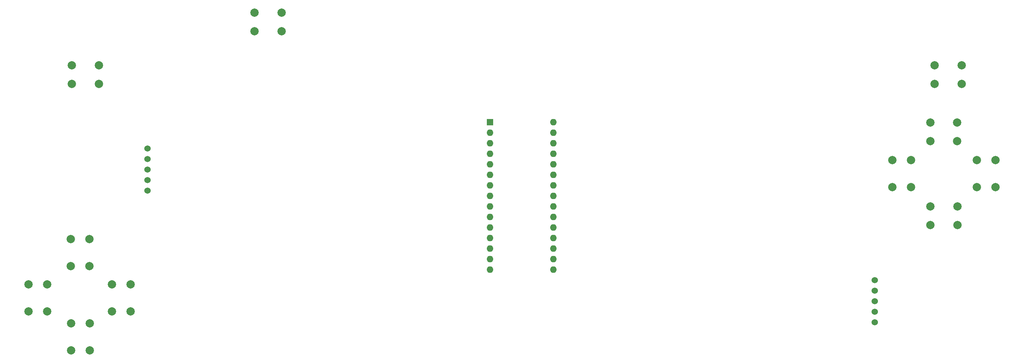
<source format=gbl>
%TF.GenerationSoftware,KiCad,Pcbnew,8.0.1*%
%TF.CreationDate,2024-04-02T22:55:17+01:00*%
%TF.ProjectId,Controller_PCB,436f6e74-726f-46c6-9c65-725f5043422e,v0.1*%
%TF.SameCoordinates,Original*%
%TF.FileFunction,Copper,L2,Bot*%
%TF.FilePolarity,Positive*%
%FSLAX46Y46*%
G04 Gerber Fmt 4.6, Leading zero omitted, Abs format (unit mm)*
G04 Created by KiCad (PCBNEW 8.0.1) date 2024-04-02 22:55:17*
%MOMM*%
%LPD*%
G01*
G04 APERTURE LIST*
%TA.AperFunction,ComponentPad*%
%ADD10C,1.524000*%
%TD*%
%TA.AperFunction,ComponentPad*%
%ADD11C,2.000000*%
%TD*%
%TA.AperFunction,ComponentPad*%
%ADD12R,1.600000X1.600000*%
%TD*%
%TA.AperFunction,ComponentPad*%
%ADD13O,1.600000X1.600000*%
%TD*%
G04 APERTURE END LIST*
D10*
%TO.P,Joystick_Left1,1,GND*%
%TO.N,GND*%
X62388750Y-116840000D03*
%TO.P,Joystick_Left1,2,+5V*%
%TO.N,+3.3V*%
X62388750Y-114300000D03*
%TO.P,Joystick_Left1,3,VRX*%
%TO.N,/Analog_X_L*%
X62388750Y-111760000D03*
%TO.P,Joystick_Left1,4,VRY*%
%TO.N,/Analog_Y_L*%
X62388750Y-109220000D03*
%TO.P,Joystick_Left1,5,SW*%
%TO.N,/SEL_JOY_L*%
X62388750Y-106680000D03*
%TD*%
%TO.P,Joystick_Right1,1,GND*%
%TO.N,GND*%
X237331250Y-138430000D03*
%TO.P,Joystick_Right1,2,+5V*%
%TO.N,+3.3V*%
X237331250Y-140970000D03*
%TO.P,Joystick_Right1,3,VRX*%
%TO.N,/Analog_X_R*%
X237331250Y-143510000D03*
%TO.P,Joystick_Right1,4,VRY*%
%TO.N,/Analog_Y_R*%
X237331250Y-146050000D03*
%TO.P,Joystick_Right1,5,SW*%
%TO.N,/SEL_JOY_R*%
X237331250Y-148590000D03*
%TD*%
D11*
%TO.P,RIGHT_TRIGGER1,1,1*%
%TO.N,GND*%
X251766000Y-86650000D03*
X258266000Y-86650000D03*
%TO.P,RIGHT_TRIGGER1,2,2*%
%TO.N,/RIGHT_TRIGGER*%
X251766000Y-91150000D03*
X258266000Y-91150000D03*
%TD*%
%TO.P,LEFT_TRIGGER1,1,1*%
%TO.N,/LEFT_TRIGGER*%
X44248000Y-86650000D03*
X50748000Y-86650000D03*
%TO.P,LEFT_TRIGGER1,2,2*%
%TO.N,GND*%
X44248000Y-91150000D03*
X50748000Y-91150000D03*
%TD*%
%TO.P,Y1,1,1*%
%TO.N,GND*%
X246090000Y-109526000D03*
X246090000Y-116026000D03*
%TO.P,Y1,2,2*%
%TO.N,/Y*%
X241590000Y-109526000D03*
X241590000Y-116026000D03*
%TD*%
%TO.P,X1,1,1*%
%TO.N,/X*%
X257198000Y-104902000D03*
X250698000Y-104902000D03*
%TO.P,X1,2,2*%
%TO.N,GND*%
X257198000Y-100402000D03*
X250698000Y-100402000D03*
%TD*%
%TO.P,UP1,1,1*%
%TO.N,/UP*%
X48478000Y-128576000D03*
X48478000Y-135076000D03*
%TO.P,UP1,2,2*%
%TO.N,GND*%
X43978000Y-128576000D03*
X43978000Y-135076000D03*
%TD*%
%TO.P,SEL_1,1,1*%
%TO.N,/SEL_1*%
X94690000Y-78450000D03*
X88190000Y-78450000D03*
%TO.P,SEL_1,2,2*%
%TO.N,GND*%
X94690000Y-73950000D03*
X88190000Y-73950000D03*
%TD*%
%TO.P,RIGHT1,1,1*%
%TO.N,/RIGHT*%
X58384000Y-139498000D03*
X58384000Y-145998000D03*
%TO.P,RIGHT1,2,2*%
%TO.N,GND*%
X53884000Y-139498000D03*
X53884000Y-145998000D03*
%TD*%
%TO.P,LEFT1,1,1*%
%TO.N,GND*%
X33818000Y-145998000D03*
X33818000Y-139498000D03*
%TO.P,LEFT1,2,2*%
%TO.N,/LEFT*%
X38318000Y-145998000D03*
X38318000Y-139498000D03*
%TD*%
%TO.P,DOWN1,1,1*%
%TO.N,/DOWN*%
X48514000Y-148844000D03*
X48514000Y-155344000D03*
%TO.P,DOWN1,2,2*%
%TO.N,GND*%
X44014000Y-148844000D03*
X44014000Y-155344000D03*
%TD*%
%TO.P,B1,1,1*%
%TO.N,/B*%
X261874000Y-116026000D03*
X261874000Y-109526000D03*
%TO.P,B1,2,2*%
%TO.N,GND*%
X266374000Y-116026000D03*
X266374000Y-109526000D03*
%TD*%
%TO.P,A1,1,1*%
%TO.N,/A*%
X257250000Y-125186000D03*
X250750000Y-125186000D03*
%TO.P,A1,2,2*%
%TO.N,GND*%
X257250000Y-120686000D03*
X250750000Y-120686000D03*
%TD*%
D12*
%TO.P,CentralBoard1,1,D1/TX*%
%TO.N,unconnected-(CentralBoard1-D1{slash}TX-Pad1)*%
X144790000Y-100330000D03*
D13*
%TO.P,CentralBoard1,2,D0/RX*%
%TO.N,unconnected-(CentralBoard1-D0{slash}RX-Pad2)*%
X144790000Y-102870000D03*
%TO.P,CentralBoard1,3,~{RESET}*%
%TO.N,unconnected-(CentralBoard1-~{RESET}-Pad3)*%
X144790000Y-105410000D03*
%TO.P,CentralBoard1,4,GND*%
%TO.N,GND*%
X144790000Y-107950000D03*
%TO.P,CentralBoard1,5,D2*%
%TO.N,/RIGHT_TRIGGER*%
X144790000Y-110490000D03*
%TO.P,CentralBoard1,6,D3*%
%TO.N,/B*%
X144790000Y-113030000D03*
%TO.P,CentralBoard1,7,D4*%
%TO.N,/X*%
X144790000Y-115570000D03*
%TO.P,CentralBoard1,8,D5*%
%TO.N,/Y*%
X144790000Y-118110000D03*
%TO.P,CentralBoard1,9,D6*%
%TO.N,/A*%
X144790000Y-120650000D03*
%TO.P,CentralBoard1,10,D7*%
%TO.N,/SEL_1*%
X144790000Y-123190000D03*
%TO.P,CentralBoard1,11,D8*%
%TO.N,/LEFT_TRIGGER*%
X144790000Y-125730000D03*
%TO.P,CentralBoard1,12,D9*%
%TO.N,/UP*%
X144790000Y-128270000D03*
%TO.P,CentralBoard1,13,D10*%
%TO.N,/LEFT*%
X144790000Y-130810000D03*
%TO.P,CentralBoard1,14,D11*%
%TO.N,/RIGHT*%
X144790000Y-133350000D03*
%TO.P,CentralBoard1,15,D12*%
%TO.N,/DOWN*%
X144790000Y-135890000D03*
%TO.P,CentralBoard1,16,D13*%
%TO.N,unconnected-(CentralBoard1-D13-Pad16)*%
X160030000Y-135890000D03*
%TO.P,CentralBoard1,17,3V3*%
%TO.N,+3.3V*%
X160030000Y-133350000D03*
%TO.P,CentralBoard1,18,AREF*%
%TO.N,unconnected-(CentralBoard1-AREF-Pad18)*%
X160030000Y-130810000D03*
%TO.P,CentralBoard1,19,A0*%
%TO.N,/Analog_X_L*%
X160030000Y-128270000D03*
%TO.P,CentralBoard1,20,A1*%
%TO.N,/Analog_Y_L*%
X160030000Y-125730000D03*
%TO.P,CentralBoard1,21,A2*%
%TO.N,/SEL_JOY_L*%
X160030000Y-123190000D03*
%TO.P,CentralBoard1,22,A3*%
%TO.N,unconnected-(CentralBoard1-A3-Pad22)*%
X160030000Y-120650000D03*
%TO.P,CentralBoard1,23,A4*%
%TO.N,unconnected-(CentralBoard1-A4-Pad23)*%
X160030000Y-118110000D03*
%TO.P,CentralBoard1,24,A5*%
%TO.N,/SEL_JOY_R*%
X160030000Y-115570000D03*
%TO.P,CentralBoard1,25,A6*%
%TO.N,/Analog_Y_R*%
X160030000Y-113030000D03*
%TO.P,CentralBoard1,26,A7*%
%TO.N,/Analog_X_R*%
X160030000Y-110490000D03*
%TO.P,CentralBoard1,27,+5V*%
%TO.N,unconnected-(CentralBoard1-+5V-Pad27)*%
X160030000Y-107950000D03*
%TO.P,CentralBoard1,28,~{RESET}*%
%TO.N,unconnected-(CentralBoard1-~{RESET}-Pad28)*%
X160030000Y-105410000D03*
%TO.P,CentralBoard1,29,GND*%
%TO.N,GND*%
X160030000Y-102870000D03*
%TO.P,CentralBoard1,30,VIN*%
%TO.N,unconnected-(CentralBoard1-VIN-Pad30)*%
X160030000Y-100330000D03*
%TD*%
M02*

</source>
